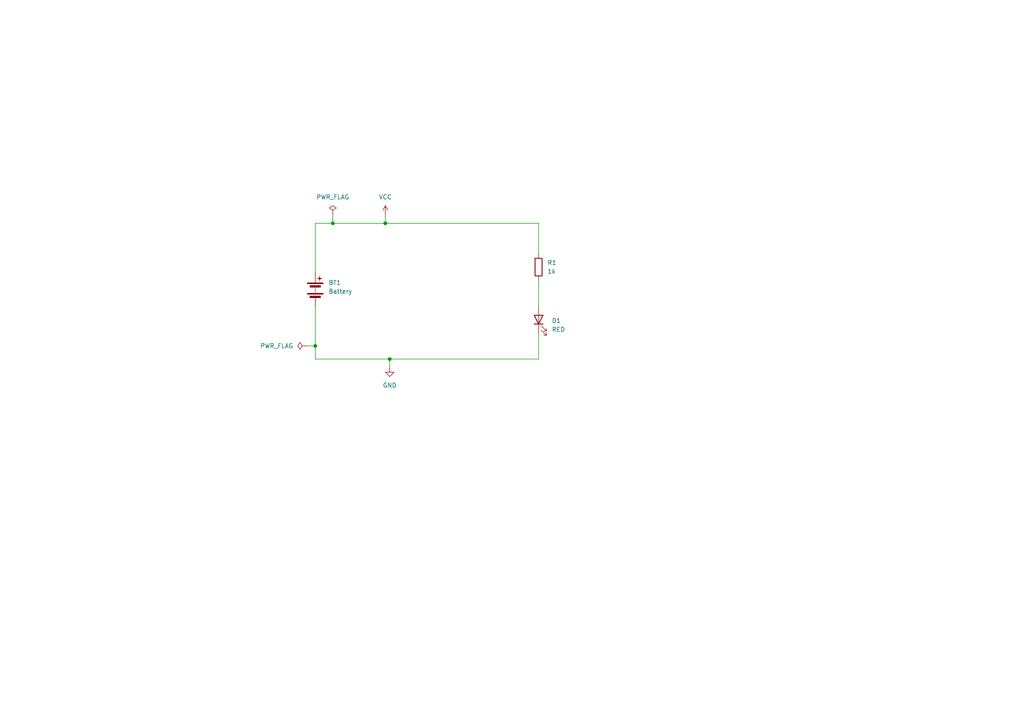
<source format=kicad_sch>
(kicad_sch (version 20231120) (generator "eeschema") (generator_version "8.0")
  (paper "A4")
  (lib_symbols
    (symbol "Device:Battery" (pin_numbers hide) (pin_names (offset 0) hide)
      (property "Reference" "BT" (at 2.54 2.54 0))
      (property "Value" "Battery" (at 2.54 0 0))
      (symbol "Battery_0_1"
        (rectangle (start -2.286 -1.27) (end 2.286 -1.524) (fill (type outline)))
        (rectangle (start -2.286 1.778) (end 2.286 1.524) (fill (type outline)))
        (rectangle (start -1.524 -2.032) (end 1.524 -2.54) (fill (type outline)))
        (rectangle (start -1.524 1.016) (end 1.524 0.508) (fill (type outline)))
        (polyline (pts (xy 0 -1.016) (xy 0 -0.762)))
        (polyline (pts (xy 0 -0.508) (xy 0 -0.254)))
        (polyline (pts (xy 0 0) (xy 0 0.254)))
        (polyline (pts (xy 0 1.778) (xy 0 2.54)))
        (polyline (pts (xy 0.762 3.048) (xy 1.778 3.048)) (stroke (width 0.254)))
        (polyline (pts (xy 1.27 3.556) (xy 1.27 2.54)) (stroke (width 0.254)))
      )
      (symbol "Battery_1_1"
        (pin passive line (at 0 5.08 270) (length 2.54) (name "+") (number "1"))
        (pin passive line (at 0 -5.08 90) (length 2.54) (name "-") (number "2"))
      )
    )
    (symbol "Device:LED" (pin_numbers hide) (pin_names (offset 1.016) hide)
      (property "Reference" "D" (at 0 2.54 0))
      (property "Value" "LED" (at 0 -2.54 0))
      (symbol "LED_0_1"
        (polyline (pts (xy -1.27 -1.27) (xy -1.27 1.27)) (stroke (width 0.254)))
        (polyline (pts (xy -1.27 0) (xy 1.27 0)))
        (polyline (pts (xy 1.27 -1.27) (xy 1.27 1.27) (xy -1.27 0) (xy 1.27 -1.27)) (stroke (width 0.254)))
        (polyline (pts (xy -3.048 -0.762) (xy -4.572 -2.286) (xy -3.81 -2.286) (xy -4.572 -2.286) (xy -4.572 -1.524)))
        (polyline (pts (xy -1.778 -0.762) (xy -3.302 -2.286) (xy -2.54 -2.286) (xy -3.302 -2.286) (xy -3.302 -1.524)))
      )
      (symbol "LED_1_1"
        (pin passive line (at -3.81 0 0) (length 2.54) (name "K") (number "1"))
        (pin passive line (at 3.81 0 180) (length 2.54) (name "A") (number "2"))
      )
    )
    (symbol "Device:R" (pin_numbers hide) (pin_names (offset 0))
      (property "Reference" "R" (at 2.032 0 90))
      (property "Value" "R" (at 0 0 90))
      (symbol "R_0_1"
        (rectangle (start -1.016 -2.54) (end 1.016 2.54) (stroke (width 0.254)))
      )
      (symbol "R_1_1"
        (pin passive line (at 0 3.81 270) (length 1.27) (name "~") (number "1"))
        (pin passive line (at 0 -3.81 90) (length 1.27) (name "~") (number "2"))
      )
    )
    (symbol "power:GND" (power) (pin_numbers hide) (pin_names (offset 0) hide)
      (property "Value" "GND" (at 0 -3.81 0))
      (symbol "GND_0_1"
        (polyline (pts (xy 0 0) (xy 0 -1.27) (xy 1.27 -1.27) (xy 0 -2.54) (xy -1.27 -1.27) (xy 0 -1.27)))
      )
      (symbol "GND_1_1"
        (pin power_in line (at 0 0 270) (length 0) (name "~") (number "1"))
      )
    )
    (symbol "power:PWR_FLAG" (power) (pin_numbers hide) (pin_names (offset 0) hide)
      (property "Value" "PWR_FLAG" (at 0 3.81 0))
      (symbol "PWR_FLAG_0_0"
        (pin power_out line (at 0 0 90) (length 0) (name "~") (number "1"))
      )
      (symbol "PWR_FLAG_0_1"
        (polyline (pts (xy 0 0) (xy 0 1.27) (xy -1.016 1.905) (xy 0 2.54) (xy 1.016 1.905) (xy 0 1.27)))
      )
    )
    (symbol "power:VCC" (power) (pin_numbers hide) (pin_names (offset 0) hide)
      (property "Value" "VCC" (at 0 3.556 0))
      (symbol "VCC_0_1"
        (polyline (pts (xy -0.762 1.27) (xy 0 2.54)))
        (polyline (pts (xy 0 0) (xy 0 2.54)))
        (polyline (pts (xy 0 2.54) (xy 0.762 1.27)))
      )
      (symbol "VCC_1_1"
        (pin power_in line (at 0 0 90) (length 0) (name "~") (number "1"))
      )
    )
  )
  (junction (at 113.03 104.14))
  (junction (at 111.76 64.77))
  (junction (at 91.44 100.33))
  (junction (at 96.52 64.77))
  (wire (pts (xy 111.76 64.77) (xy 156.21 64.77)))
  (wire (pts (xy 156.21 96.52) (xy 156.21 104.14)))
  (wire (pts (xy 156.21 81.28) (xy 156.21 88.9)))
  (wire (pts (xy 96.52 62.23) (xy 96.52 64.77)))
  (wire (pts (xy 96.52 64.77) (xy 111.76 64.77)))
  (wire (pts (xy 91.44 88.9) (xy 91.44 100.33)))
  (wire (pts (xy 156.21 64.77) (xy 156.21 73.66)))
  (wire (pts (xy 113.03 104.14) (xy 113.03 106.68)))
  (wire (pts (xy 91.44 100.33) (xy 91.44 104.14)))
  (wire (pts (xy 91.44 64.77) (xy 91.44 78.74)))
  (wire (pts (xy 91.44 104.14) (xy 113.03 104.14)))
  (wire (pts (xy 91.44 64.77) (xy 96.52 64.77)))
  (wire (pts (xy 156.21 104.14) (xy 113.03 104.14)))
  (wire (pts (xy 88.9 100.33) (xy 91.44 100.33)))
  (wire (pts (xy 111.76 62.23) (xy 111.76 64.77)))
  (symbol (lib_id "power:PWR_FLAG") (at 96.52 62.23 0) (unit 1)
    (property "Reference" "#FLG01" (effects (hide yes)))
    (property "Value" "PWR_FLAG" (at 96.52 57.15 0))
    (property "Description" "Special symbol for telling ERC where power comes from" (effects (hide yes)))
  )
  (symbol (lib_id "Device:Battery") (at 91.44 83.82 0) (unit 1)
    (property "Reference" "BT1" (at 95.25 81.9784 0) (effects (justify left)))
    (property "Value" "Battery" (at 95.25 84.5184 0) (effects (justify left)))
    (property "Footprint" "Battery:Battery_Panasonic_CR1025-VSK_Vertical_CircularHoles" (effects (hide yes)))
    (property "Description" "Multiple-cell battery" (effects (hide yes)))
  )
  (symbol (lib_id "power:PWR_FLAG") (at 88.9 100.33 90) (unit 1)
    (property "Reference" "#FLG02" (effects (hide yes)))
    (property "Value" "PWR_FLAG" (at 85.09 100.3299 90) (effects (justify left)))
    (property "Description" "Special symbol for telling ERC where power comes from" (effects (hide yes)))
  )
  (symbol (lib_id "power:GND") (at 113.03 106.68 0) (unit 1)
    (property "Reference" "#PWR02" (effects (hide yes)))
    (property "Value" "GND" (at 113.03 111.76 0))
    (property "Description" "Power symbol creates a global label with name \"GND\" , ground" (effects (hide yes)))
  )
  (symbol (lib_id "power:VCC") (at 111.76 62.23 0) (unit 1)
    (property "Reference" "#PWR01" (effects (hide yes)))
    (property "Value" "VCC" (at 111.76 57.15 0))
    (property "Description" "Power symbol creates a global label with name \"VCC\"" (effects (hide yes)))
  )
  (symbol (lib_id "Device:R") (at 156.21 77.47 0) (unit 1)
    (property "Reference" "R1" (at 158.75 76.1999 0) (effects (justify left)))
    (property "Value" "1k" (at 158.75 78.7399 0) (effects (justify left)))
    (property "Footprint" "Resistor_SMD:R_0603_1608Metric" (effects (hide yes)))
    (property "Description" "Resistor" (effects (hide yes)))
  )
  (symbol (lib_id "Device:LED") (at 156.21 92.71 90) (unit 1)
    (property "Reference" "D1" (at 160.02 93.0274 90) (effects (justify right)))
    (property "Value" "RED" (at 160.02 95.5674 90) (effects (justify right)))
    (property "Footprint" "LED_SMD:LED_0603_1608Metric" (effects (hide yes)))
    (property "Description" "Light emitting diode" (effects (hide yes)))
  )
)
</source>
